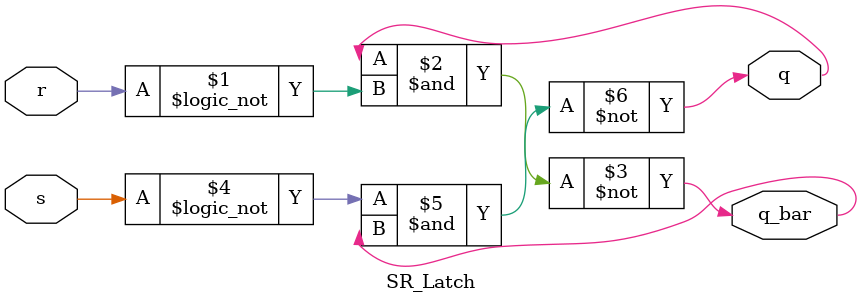
<source format=v>
module SR_Latch(s, r, q_bar, q);

input s, r;
output q_bar, q;

assign q_bar = ~(q&(!r));
assign q = ~((!s)&q_bar);

endmodule

</source>
